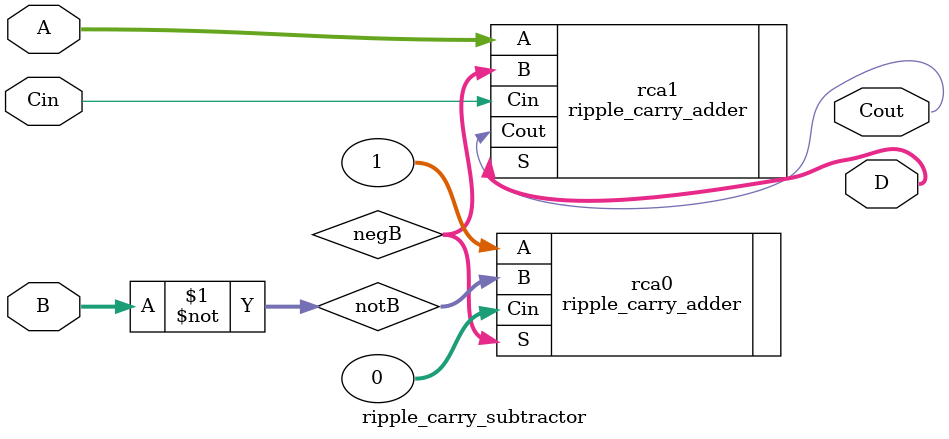
<source format=v>
module ripple_carry_subtractor #(
        parameter DATA_WIDTH = 8
    )(
        output  [DATA_WIDTH - 1: 0] D,
        output                      Cout,
        input   [DATA_WIDTH - 1: 0] A,
        input   [DATA_WIDTH - 1: 0] B,
        input                       Cin
    );

    wire    [DATA_WIDTH - 1: 0] notB;
    assign notB = ~B;

    wire    [DATA_WIDTH - 1: 0] negB;
    ripple_carry_adder #(
        .DATA_WIDTH(DATA_WIDTH)
    ) rca0 (
        .S(negB),
        .A(1),
        .B(notB),
        .Cin(0)
    );

    ripple_carry_adder #(
        .DATA_WIDTH(DATA_WIDTH)
    ) rca1 (
        .S(D),
        .Cout(Cout),
        .A(A),
        .B(negB),
        .Cin(Cin)
    );
endmodule

</source>
